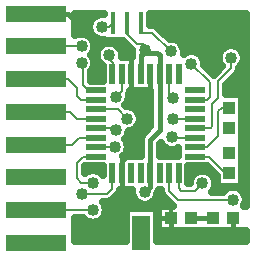
<source format=gtl>
G04 DipTrace 3.3.1.1*
G04 Top.gtl*
%MOIN*%
G04 #@! TF.FileFunction,Copper,L1,Top*
G04 #@! TF.Part,Single*
G04 #@! TA.AperFunction,Conductor*
%ADD13C,0.008*%
%ADD14C,0.017*%
G04 #@! TA.AperFunction,CopperBalancing*
%ADD15C,0.025*%
%ADD16C,0.013*%
%ADD18R,0.2X0.0545*%
%ADD19R,0.059055X0.11811*%
%ADD20R,0.043307X0.03937*%
%ADD21R,0.03937X0.043307*%
%ADD23R,0.019685X0.066929*%
%ADD24R,0.066929X0.019685*%
%ADD26R,0.015748X0.074803*%
G04 #@! TA.AperFunction,ViaPad*
%ADD27C,0.04*%
%FSLAX26Y26*%
G04*
G70*
G90*
G75*
G01*
G04 Top*
%LPD*%
X765818Y911960D2*
D13*
X785974Y932116D1*
Y987449D1*
X949951Y1062449D2*
X887451Y1124949D1*
X849949D1*
Y1156200D1*
X718700Y1143700D2*
X742961D1*
X755461Y1156200D1*
X743700Y1049949D2*
Y1037451D1*
X756200Y1024951D1*
Y987449D1*
X754478D1*
X880462Y656741D2*
D14*
Y611712D1*
X862451Y593700D1*
X911959Y987449D2*
Y799735D1*
X880462Y768239D1*
Y656741D1*
X911959Y987449D2*
Y1050288D1*
X903456Y1058791D1*
X858791D1*
X848966Y1048966D1*
Y987449D1*
X862451Y1068700D2*
X858791Y1065040D1*
Y1058791D1*
X802705Y1156200D2*
D13*
Y1122195D1*
X837451Y1087449D1*
X856201D1*
X862451Y1081200D1*
Y1068700D1*
X568700Y424949D2*
D14*
X499951Y424951D1*
X880462Y987449D2*
Y905461D1*
X849250Y874249D1*
X817470Y906028D1*
Y987449D1*
Y1044930D1*
X768700Y1093700D1*
X699950D1*
X605660Y1187990D1*
X500001D1*
X949950Y506200D2*
X899950D1*
Y543700D1*
X843700D1*
X785974Y601426D1*
Y656741D1*
Y698474D1*
X849250Y761750D1*
Y874249D1*
X1156200Y506200D2*
Y456200D1*
X949950D1*
Y506200D1*
X765818Y800503D2*
D13*
X759974Y806347D1*
X699360D1*
X651838Y1024397D2*
X656684Y1019550D1*
Y949465D1*
X673818Y932331D1*
X699360D1*
X651838Y586944D2*
X736944D1*
X754478Y604478D1*
Y656741D1*
X499951Y533951D2*
X689310Y533952D1*
Y624417D2*
X650483D1*
X635692Y639208D1*
Y691941D1*
X655609Y711859D1*
X699360D1*
X762451Y743700D2*
X762106Y743355D1*
X699360D1*
X499951Y751951D2*
X620701D1*
X643602Y774851D1*
X699360D1*
Y837843D2*
X637057D1*
X613949Y860951D1*
X499951D1*
Y969951D2*
X604949D1*
X635692Y939208D1*
Y914208D1*
X649065Y900835D1*
X699360D1*
X803291Y837976D2*
X771927Y869339D1*
X699360D1*
X499951Y1078951D2*
X651838D1*
Y1078952D1*
X956200Y906200D2*
X943455Y918945D1*
Y987449D1*
X1017787Y1021798D2*
X1080527Y959058D1*
Y911777D1*
X1069585Y900835D1*
X1030069D1*
X1089271Y506200D2*
D14*
X1016879D1*
X1018700D1*
X1156200Y568700D2*
D13*
X972336D1*
X943455Y597582D1*
Y656741D1*
X1054456Y622645D2*
X1029393Y597582D1*
X983569D1*
X974951Y606200D1*
Y656741D1*
X1030069Y711859D2*
X1075541D1*
X1131200Y656200D1*
X1143700D1*
X1030069Y743355D2*
X1068355D1*
X1106200Y781200D1*
Y862450D1*
X1118700Y874950D1*
X1143700D1*
X953452Y775972D2*
X954573Y774851D1*
X1030069D1*
X1149951Y1041256D2*
Y1006201D1*
X1106200Y962450D1*
Y906200D1*
X1087451Y887451D1*
Y812451D1*
X1081347Y806347D1*
X1030069D1*
X1143700Y723129D2*
Y724950D1*
Y806200D2*
Y808021D1*
X956200Y837449D2*
X1029675D1*
X1030069Y837843D1*
X849951Y487449D2*
Y459039D1*
X850770Y458220D1*
D27*
X1143700Y806200D3*
Y724950D3*
X743700Y1049949D3*
X862451Y1068700D3*
X718700Y1143700D3*
X956200Y837449D3*
X568700Y424949D3*
X849951Y487449D3*
X765818Y911960D3*
X949951Y1062449D3*
X862451Y593700D3*
X765818Y800503D3*
X651838Y1024397D3*
Y586944D3*
X689310Y533952D3*
Y624417D3*
X762451Y743700D3*
X803291Y837976D3*
X956200Y906200D3*
X651838Y1078952D3*
X1017787Y1021798D3*
X1018700Y506200D3*
X1156200Y568700D3*
X1054456Y622645D3*
X953452Y775972D3*
X1149951Y1041256D3*
X633718Y1162581D2*
D15*
X678238D1*
X882718D2*
X1197446D1*
X633718Y1137712D2*
X674219D1*
X914512D2*
X1197446D1*
X939379Y1112843D2*
X1197446D1*
X695762Y1087974D2*
X722447D1*
X764946D2*
X797087D1*
X986316D2*
X1197446D1*
X786513Y1063106D2*
X817935D1*
X994856D2*
X1005717D1*
X1029843D2*
X1111109D1*
X1188775D2*
X1197434D1*
X1059376Y1038237D2*
X1105152D1*
X695295Y1013368D2*
X719720D1*
X1066051D2*
X1115523D1*
X1184397D2*
X1197446D1*
X685571Y988499D2*
X719720D1*
X1172053D2*
X1197446D1*
X1147221Y963630D2*
X1197446D1*
X1135092Y938762D2*
X1197446D1*
X810663Y913893D2*
X878544D1*
X1188272D2*
X1197464D1*
X803988Y889024D2*
X878544D1*
X1188272D2*
X1197464D1*
X839155Y864155D2*
X878544D1*
X1188272D2*
X1197464D1*
X848162Y839287D2*
X878544D1*
X1188272D2*
X1197464D1*
X841057Y814418D2*
X878544D1*
X1188272D2*
X1197464D1*
X809263Y789549D2*
X855578D1*
X1188272D2*
X1197464D1*
X801799Y764680D2*
X847073D1*
X1188272D2*
X1197464D1*
X807182Y739812D2*
X847073D1*
X913866D2*
X928817D1*
X1188272D2*
X1197464D1*
X796094Y714943D2*
X847073D1*
X913866D2*
X971699D1*
X1188272D2*
X1197464D1*
X1188272Y690074D2*
X1197464D1*
X664578Y665205D2*
X675224D1*
X703405D2*
X719720D1*
X1009677D2*
X1082366D1*
X1188272D2*
X1197464D1*
X1188272Y640336D2*
X1197464D1*
X1188272Y615468D2*
X1197464D1*
X779444Y590599D2*
X817648D1*
X907227D2*
X915504D1*
X755150Y565730D2*
X828090D1*
X896821D2*
X935456D1*
X733655Y540861D2*
X903411D1*
X730211Y515993D2*
X796333D1*
X633718Y491124D2*
X796333D1*
X633718Y466255D2*
X796333D1*
X633718Y441386D2*
X796333D1*
X905182D2*
X1197446D1*
X808028Y539675D2*
X902697D1*
Y431197D1*
X1199916Y431200D1*
X1199951Y464093D1*
X1023865Y464115D1*
X1018700Y463800D1*
X1013811Y464116D1*
X905897Y464115D1*
Y548285D1*
X955596D1*
X934182Y569519D1*
X923380Y580436D1*
X920945Y583788D1*
X919064Y587479D1*
X917784Y591419D1*
X917136Y595511D1*
X917054Y600847D1*
X911212Y600912D1*
X909010Y599887D1*
X906809Y595567D1*
X905455Y593542D1*
X904329Y587067D1*
X902775Y580598D1*
X900229Y574451D1*
X896753Y568778D1*
X892432Y563719D1*
X887373Y559398D1*
X881700Y555921D1*
X875553Y553375D1*
X869083Y551822D1*
X862451Y551300D1*
X855818Y551822D1*
X849348Y553375D1*
X843201Y555921D1*
X837529Y559398D1*
X832469Y563719D1*
X828148Y568778D1*
X824672Y574451D1*
X822126Y580598D1*
X820573Y587067D1*
X820051Y593700D1*
X820682Y600881D1*
X780632Y600876D1*
X779586Y596320D1*
X778001Y592493D1*
X775836Y588961D1*
X773140Y585805D1*
X754090Y566869D1*
X750738Y564434D1*
X747047Y562554D1*
X743107Y561273D1*
X739015Y560625D1*
X722339Y560544D1*
X725462Y556106D1*
X728483Y550178D1*
X730539Y543850D1*
X731580Y537279D1*
Y530625D1*
X730539Y524054D1*
X728483Y517726D1*
X725462Y511798D1*
X721551Y506415D1*
X716847Y501711D1*
X711464Y497800D1*
X705536Y494779D1*
X699208Y492723D1*
X692637Y491683D1*
X685984D1*
X679412Y492723D1*
X673084Y494779D1*
X667156Y497800D1*
X661774Y501711D1*
X657069Y506415D1*
X656175Y507549D1*
X631214Y507552D1*
X631200Y431202D1*
X798874Y431200D1*
X798842Y539675D1*
X808028D1*
X1193367Y548285D2*
X1199945D1*
X1199951Y1187447D1*
X880199Y1187449D1*
X880223Y1151374D1*
X889522Y1151268D1*
X893614Y1150620D1*
X897554Y1149340D1*
X901245Y1147459D1*
X904596Y1145024D1*
X945169Y1104567D1*
X949951Y1104849D1*
X956583Y1104327D1*
X963053Y1102774D1*
X969200Y1100228D1*
X974873Y1096752D1*
X979932Y1092431D1*
X984253Y1087371D1*
X987729Y1081699D1*
X990275Y1075552D1*
X991829Y1069082D1*
X992351Y1062449D1*
X991714Y1055243D1*
X995633Y1057950D1*
X1001561Y1060971D1*
X1007889Y1063027D1*
X1014460Y1064068D1*
X1021113D1*
X1027685Y1063027D1*
X1034012Y1060971D1*
X1039941Y1057950D1*
X1045323Y1054040D1*
X1050028Y1049335D1*
X1053939Y1043952D1*
X1056959Y1038024D1*
X1059015Y1031697D1*
X1060056Y1025125D1*
Y1018472D1*
X1059886Y1017038D1*
X1091643Y985278D1*
X1118869Y1012455D1*
X1115648Y1016334D1*
X1112172Y1022007D1*
X1109626Y1028154D1*
X1108073Y1034624D1*
X1107551Y1041256D1*
X1108073Y1047889D1*
X1109626Y1054359D1*
X1112172Y1060506D1*
X1115648Y1066179D1*
X1119969Y1071238D1*
X1125029Y1075559D1*
X1130701Y1079035D1*
X1136848Y1081581D1*
X1143318Y1083134D1*
X1149951Y1083656D1*
X1156583Y1083134D1*
X1163053Y1081581D1*
X1169200Y1079035D1*
X1174873Y1075559D1*
X1179932Y1071238D1*
X1184253Y1066179D1*
X1187729Y1060506D1*
X1190275Y1054359D1*
X1191829Y1047889D1*
X1192351Y1041256D1*
X1191829Y1034624D1*
X1190275Y1028154D1*
X1187729Y1022007D1*
X1184253Y1016334D1*
X1179932Y1011275D1*
X1176354Y1008122D1*
X1176026Y1002071D1*
X1175059Y998043D1*
X1173473Y994215D1*
X1171309Y990683D1*
X1168618Y987533D1*
X1132613Y951527D1*
X1132600Y918994D1*
X1185785Y919003D1*
X1185969Y809527D1*
Y802873D1*
X1185785Y796956D1*
Y730114D1*
X1186100Y724950D1*
X1185784Y720061D1*
X1185785Y612146D1*
X1101615D1*
Y648425D1*
X1070437Y679628D1*
X1007168Y679616D1*
X1007193Y624007D1*
X1012097Y623982D1*
X1012578Y629278D1*
X1014131Y635747D1*
X1016677Y641894D1*
X1020154Y647567D1*
X1024475Y652626D1*
X1029534Y656947D1*
X1035207Y660424D1*
X1041354Y662970D1*
X1047823Y664523D1*
X1054456Y665045D1*
X1061089Y664523D1*
X1067558Y662970D1*
X1073705Y660424D1*
X1079378Y656947D1*
X1084437Y652626D1*
X1088758Y647567D1*
X1092235Y641894D1*
X1094781Y635747D1*
X1096334Y629278D1*
X1096856Y622645D1*
X1096334Y616012D1*
X1094781Y609543D1*
X1092235Y603396D1*
X1088758Y597723D1*
X1086688Y595099D1*
X1123014Y595100D1*
X1126219Y598681D1*
X1131278Y603002D1*
X1136951Y606479D1*
X1143098Y609025D1*
X1149567Y610578D1*
X1156200Y611100D1*
X1162833Y610578D1*
X1169302Y609025D1*
X1175449Y606479D1*
X1181122Y603002D1*
X1186181Y598681D1*
X1190502Y593622D1*
X1193979Y587949D1*
X1196525Y581802D1*
X1198078Y575333D1*
X1198600Y568700D1*
X1198078Y562067D1*
X1196525Y555598D1*
X1193979Y549451D1*
X1193324Y548282D1*
X785969Y1046623D2*
X785575Y1043304D1*
X818052Y1043314D1*
X818162Y1051391D1*
X818920Y1056180D1*
X820422Y1060800D1*
X820181Y1065373D1*
X820096Y1067543D1*
X791151Y1096414D1*
X725187Y1096398D1*
Y1101817D1*
X718700Y1101300D1*
X712067Y1101822D1*
X705598Y1103375D1*
X699451Y1105921D1*
X693778Y1109398D1*
X688719Y1113719D1*
X684398Y1118778D1*
X680921Y1124451D1*
X678375Y1130598D1*
X676822Y1137067D1*
X676300Y1143700D1*
X676822Y1150333D1*
X678375Y1156802D1*
X680921Y1162949D1*
X684398Y1168622D1*
X688719Y1173681D1*
X693778Y1178002D1*
X699451Y1181479D1*
X705598Y1184025D1*
X712067Y1185578D1*
X718700Y1186100D1*
X725191Y1185595D1*
X716388Y1187449D1*
X631234D1*
X631200Y1116016D1*
X638735Y1119277D1*
X645205Y1120830D1*
X651838Y1121352D1*
X658471Y1120830D1*
X664940Y1119277D1*
X671087Y1116731D1*
X676760Y1113254D1*
X681819Y1108933D1*
X686140Y1103874D1*
X689616Y1098201D1*
X692163Y1092054D1*
X693716Y1085585D1*
X694238Y1078952D1*
X693716Y1072319D1*
X692163Y1065850D1*
X689616Y1059703D1*
X686140Y1054030D1*
X684296Y1051691D1*
X687990Y1046551D1*
X691010Y1040623D1*
X693066Y1034295D1*
X694107Y1027724D1*
Y1021070D1*
X693066Y1014499D1*
X691010Y1008171D1*
X687990Y1002243D1*
X684079Y996860D1*
X683081Y995781D1*
X683084Y964540D1*
X722261Y964574D1*
X722236Y1013365D1*
X716163Y1017708D1*
X711459Y1022413D1*
X707548Y1027795D1*
X704528Y1033724D1*
X702472Y1040051D1*
X701431Y1046623D1*
Y1053276D1*
X702472Y1059847D1*
X704528Y1066175D1*
X707548Y1072103D1*
X711459Y1077486D1*
X716163Y1082191D1*
X721546Y1086101D1*
X727474Y1089122D1*
X733802Y1091178D1*
X740373Y1092219D1*
X747027D1*
X753598Y1091178D1*
X759926Y1089122D1*
X765854Y1086101D1*
X771237Y1082191D1*
X775941Y1077486D1*
X779852Y1072103D1*
X782872Y1066175D1*
X784928Y1059847D1*
X785969Y1053276D1*
Y1046623D1*
X881081Y931584D2*
X812368Y931585D1*
X811645Y925953D1*
X810365Y922013D1*
X808480Y918315D1*
X808087Y915287D1*
Y908633D1*
X807047Y902062D1*
X804991Y895734D1*
X801970Y889806D1*
X798059Y884423D1*
X796197Y882408D1*
X798486Y880115D1*
X803291Y880376D1*
X809923Y879854D1*
X816393Y878300D1*
X822540Y875754D1*
X828213Y872278D1*
X833272Y867957D1*
X837593Y862898D1*
X841069Y857225D1*
X843615Y851078D1*
X845169Y844608D1*
X845691Y837976D1*
X845169Y831343D1*
X843615Y824873D1*
X841069Y818726D1*
X837593Y813053D1*
X833272Y807994D1*
X828213Y803673D1*
X822540Y800197D1*
X816393Y797651D1*
X809923Y796098D1*
X807973Y795867D1*
X807047Y790605D1*
X804991Y784277D1*
X801970Y778349D1*
X798059Y772967D1*
X795503Y770248D1*
X798603Y765854D1*
X801623Y759926D1*
X803679Y753598D1*
X804720Y747027D1*
Y740373D1*
X803679Y733802D1*
X801623Y727474D1*
X798603Y721546D1*
X794692Y716163D1*
X791219Y712598D1*
X849563Y712605D1*
X849658Y770664D1*
X850416Y775453D1*
X851915Y780064D1*
X854116Y784385D1*
X856966Y788307D1*
X881069Y812545D1*
X881059Y931610D1*
X722247Y679616D2*
X662105D1*
X662092Y656954D1*
X667156Y660568D1*
X673084Y663589D1*
X679412Y665645D1*
X685984Y666686D1*
X692637D1*
X699208Y665645D1*
X705536Y663589D1*
X711464Y660568D1*
X716847Y656658D1*
X721551Y651953D1*
X722236Y651085D1*
Y679642D1*
X911340Y712605D2*
X974189D1*
X974204Y739005D1*
X969678Y736799D1*
X963350Y734743D1*
X956779Y733702D1*
X950125D1*
X943554Y734743D1*
X937226Y736799D1*
X931298Y739820D1*
X925915Y743730D1*
X921211Y748435D1*
X917300Y753818D1*
X914720Y758789D1*
X911352Y755430D1*
X911363Y712583D1*
X1156200Y506200D2*
D16*
Y464151D1*
X949950Y548249D2*
Y464151D1*
X905933Y506200D2*
X949950D1*
X817470Y1043278D2*
Y931621D1*
X785974Y712569D2*
Y600912D1*
D18*
X499951Y424951D3*
Y533951D3*
Y642951D3*
Y751951D3*
Y860951D3*
Y969951D3*
Y1078951D3*
X500001Y1187990D3*
D19*
X850770Y458220D3*
D20*
X1156200Y506200D3*
X1089271D3*
X949950D3*
X1016879D3*
D21*
X1143700Y656200D3*
Y723129D3*
Y874950D3*
Y808021D3*
D23*
X974951Y987449D3*
X943455D3*
X911959D3*
X880462D3*
X848966D3*
X817470D3*
X785974D3*
X754478D3*
D24*
X699360Y932331D3*
Y900835D3*
Y869339D3*
Y837843D3*
Y806347D3*
Y774851D3*
Y743355D3*
Y711859D3*
D23*
X754478Y656741D3*
X785974D3*
X817470D3*
X848966D3*
X880462D3*
X911959D3*
X943455D3*
X974951D3*
D24*
X1030069Y711859D3*
Y743355D3*
Y774851D3*
Y806347D3*
Y837843D3*
Y869339D3*
Y900835D3*
Y932331D3*
D26*
X849949Y1156200D3*
X802705D3*
X755461D3*
M02*

</source>
